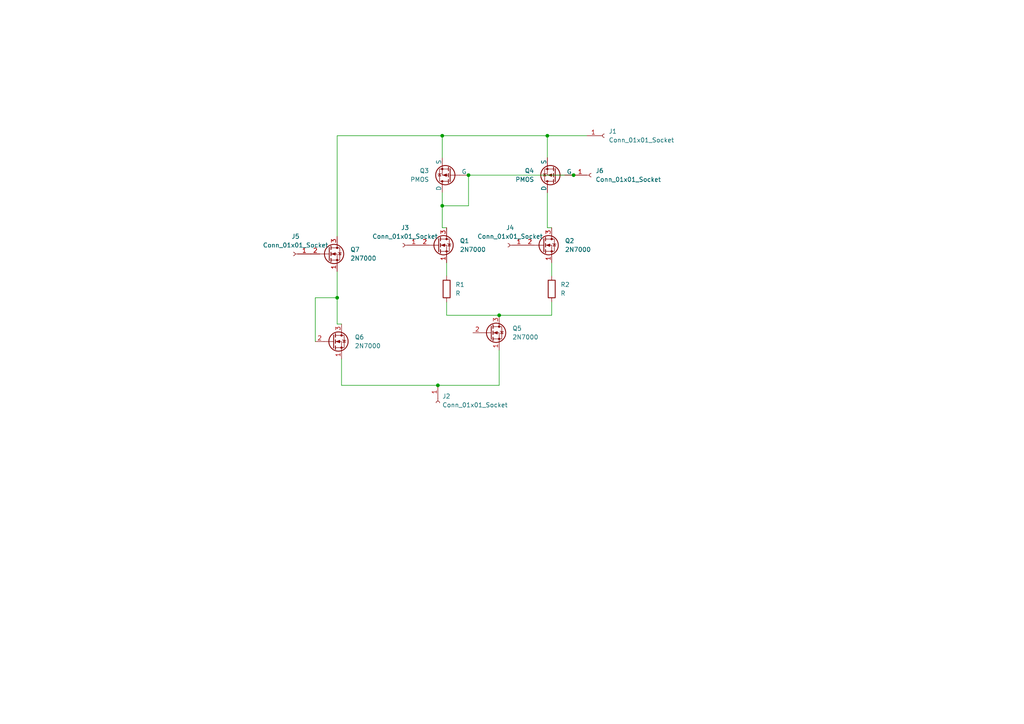
<source format=kicad_sch>
(kicad_sch (version 20250114) (generator "eeschema") (generator_version "9.0")
  (paper "A4")
  (lib_symbols
    (symbol "Connector:Conn_01x01_Socket" (pin_names (offset 1.016) (hide yes))
      (property "Reference" "J" (at 0 2.54 0))
      (property "Value" "Conn_01x01_Socket" (at 0 -2.54 0))
      (symbol "Conn_01x01_Socket_1_1"
        (polyline (pts (xy -1.27 0) (xy -0.508 0)) (stroke (width 0.1524)))
        (arc (start 0 -0.508) (mid -0.5058 0) (end 0 0.508) (stroke (width 0.1524)))
        (pin passive line (at -5.08 0 0) (length 3.81) (name "Pin_1") (number "1"))
      )
    )
    (symbol "Device:R" (pin_numbers (hide yes)) (pin_names (offset 0))
      (property "Reference" "R" (at 2.032 0 90))
      (property "Value" "R" (at 0 0 90))
      (symbol "R_0_1"
        (rectangle (start -1.016 -2.54) (end 1.016 2.54) (stroke (width 0.254)))
      )
      (symbol "R_1_1"
        (pin passive line (at 0 3.81 270) (length 1.27) (name "~") (number "1"))
        (pin passive line (at 0 -3.81 90) (length 1.27) (name "~") (number "2"))
      )
    )
    (symbol "Simulation_SPICE:PMOS" (pin_numbers (hide yes)) (pin_names (offset 0))
      (property "Reference" "Q" (at 5.08 1.27 0))
      (property "Value" "PMOS" (at 5.08 -1.27 0))
      (symbol "PMOS_0_1"
        (polyline (pts (xy 0.254 1.905) (xy 0.254 -1.905)) (stroke (width 0.254)))
        (polyline (pts (xy 0.254 0) (xy -2.54 0)))
        (polyline (pts (xy 0.762 2.286) (xy 0.762 1.27)) (stroke (width 0.254)))
        (polyline (pts (xy 0.762 1.778) (xy 3.302 1.778) (xy 3.302 -1.778) (xy 0.762 -1.778)))
        (polyline (pts (xy 0.762 0.508) (xy 0.762 -0.508)) (stroke (width 0.254)))
        (polyline (pts (xy 0.762 -1.27) (xy 0.762 -2.286)) (stroke (width 0.254)))
        (circle (center 1.651 0) (radius 2.794) (stroke (width 0.254)))
        (polyline (pts (xy 2.286 0) (xy 1.27 0.381) (xy 1.27 -0.381) (xy 2.286 0)) (fill (type outline)))
        (polyline (pts (xy 2.54 2.54) (xy 2.54 1.778)))
        (circle (center 2.54 1.778) (radius 0.254) (fill (type outline)))
        (circle (center 2.54 -1.778) (radius 0.254) (fill (type outline)))
        (polyline (pts (xy 2.54 -2.54) (xy 2.54 0) (xy 0.762 0)))
        (polyline (pts (xy 2.794 -0.508) (xy 2.921 -0.381) (xy 3.683 -0.381) (xy 3.81 -0.254)))
        (polyline (pts (xy 3.302 -0.381) (xy 2.921 0.254) (xy 3.683 0.254) (xy 3.302 -0.381)))
      )
      (symbol "PMOS_1_1"
        (pin input line (at -5.08 0 0) (length 2.54) (name "G") (number "2"))
        (pin passive line (at 2.54 5.08 270) (length 2.54) (name "D") (number "1"))
        (pin passive line (at 2.54 -5.08 90) (length 2.54) (name "S") (number "3"))
      )
    )
    (symbol "Transistor_FET:2N7000" (pin_names (hide yes))
      (property "Reference" "Q" (at 5.08 1.905 0))
      (property "Value" "2N7000" (at 5.08 0 0))
      (symbol "2N7000_0_1"
        (polyline (pts (xy 0.254 1.905) (xy 0.254 -1.905)) (stroke (width 0.254)))
        (polyline (pts (xy 0.254 0) (xy -2.54 0)))
        (polyline (pts (xy 0.762 2.286) (xy 0.762 1.27)) (stroke (width 0.254)))
        (polyline (pts (xy 0.762 0.508) (xy 0.762 -0.508)) (stroke (width 0.254)))
        (polyline (pts (xy 0.762 -1.27) (xy 0.762 -2.286)) (stroke (width 0.254)))
        (polyline (pts (xy 0.762 -1.778) (xy 3.302 -1.778) (xy 3.302 1.778) (xy 0.762 1.778)))
        (polyline (pts (xy 1.016 0) (xy 2.032 0.381) (xy 2.032 -0.381) (xy 1.016 0)) (fill (type outline)))
        (circle (center 1.651 0) (radius 2.794) (stroke (width 0.254)))
        (polyline (pts (xy 2.54 2.54) (xy 2.54 1.778)))
        (circle (center 2.54 1.778) (radius 0.254) (fill (type outline)))
        (circle (center 2.54 -1.778) (radius 0.254) (fill (type outline)))
        (polyline (pts (xy 2.54 -2.54) (xy 2.54 0) (xy 0.762 0)))
        (polyline (pts (xy 2.794 0.508) (xy 2.921 0.381) (xy 3.683 0.381) (xy 3.81 0.254)))
        (polyline (pts (xy 3.302 0.381) (xy 2.921 -0.254) (xy 3.683 -0.254) (xy 3.302 0.381)))
      )
      (symbol "2N7000_1_1"
        (pin input line (at -5.08 0 0) (length 2.54) (name "G") (number "2"))
        (pin passive line (at 2.54 5.08 270) (length 2.54) (name "D") (number "3"))
        (pin passive line (at 2.54 -5.08 90) (length 2.54) (name "S") (number "1"))
      )
    )
  )
  (junction (at 135.89 50.8))
  (junction (at 166.37 50.8))
  (junction (at 97.79 86.36))
  (junction (at 127 111.76))
  (junction (at 128.27 39.37))
  (junction (at 158.75 39.37))
  (junction (at 128.27 59.69))
  (junction (at 144.78 91.44))
  (wire (pts (xy 160.02 91.44) (xy 144.78 91.44)))
  (wire (pts (xy 99.06 111.76) (xy 127 111.76)))
  (wire (pts (xy 144.78 101.6) (xy 144.78 111.76)))
  (wire (pts (xy 128.27 39.37) (xy 158.75 39.37)))
  (wire (pts (xy 97.79 68.58) (xy 97.79 39.37)))
  (wire (pts (xy 158.75 66.04) (xy 160.02 66.04)))
  (wire (pts (xy 97.79 39.37) (xy 128.27 39.37)))
  (wire (pts (xy 128.27 59.69) (xy 128.27 66.04)))
  (wire (pts (xy 129.54 87.63) (xy 129.54 91.44)))
  (wire (pts (xy 99.06 104.14) (xy 99.06 111.76)))
  (wire (pts (xy 128.27 55.88) (xy 128.27 59.69)))
  (wire (pts (xy 160.02 76.2) (xy 160.02 80.01)))
  (wire (pts (xy 158.75 39.37) (xy 170.18 39.37)))
  (wire (pts (xy 144.78 111.76) (xy 127 111.76)))
  (wire (pts (xy 97.79 86.36) (xy 97.79 93.98)))
  (wire (pts (xy 91.44 86.36) (xy 97.79 86.36)))
  (wire (pts (xy 158.75 39.37) (xy 158.75 45.72)))
  (wire (pts (xy 128.27 66.04) (xy 129.54 66.04)))
  (wire (pts (xy 135.89 50.8) (xy 166.37 50.8)))
  (wire (pts (xy 129.54 91.44) (xy 144.78 91.44)))
  (wire (pts (xy 91.44 99.06) (xy 91.44 86.36)))
  (wire (pts (xy 158.75 55.88) (xy 158.75 66.04)))
  (wire (pts (xy 135.89 59.69) (xy 128.27 59.69)))
  (wire (pts (xy 97.79 78.74) (xy 97.79 86.36)))
  (wire (pts (xy 135.89 50.8) (xy 135.89 59.69)))
  (wire (pts (xy 97.79 93.98) (xy 99.06 93.98)))
  (wire (pts (xy 160.02 87.63) (xy 160.02 91.44)))
  (wire (pts (xy 129.54 76.2) (xy 129.54 80.01)))
  (wire (pts (xy 128.27 45.72) (xy 128.27 39.37)))
  (symbol (lib_id "Transistor_FET:2N7000") (at 95.25 73.66 0) (unit 1)
    (property "Reference" "Q7" (at 101.6 72.3899 0) (effects (justify left)))
    (property "Value" "2N7000" (at 101.6 74.9299 0) (effects (justify left)))
    (property "Footprint" "Package_TO_SOT_THT:TO-92_Inline" (effects (hide yes)))
    (property "Datasheet" "https://www.vishay.com/docs/70226/70226.pdf" (effects (hide yes)))
    (property "Description" "0.2A Id, 200V Vds, N-Channel MOSFET, 2.6V Logic Level, TO-92" (effects (hide yes)))
  )
  (symbol (lib_id "Simulation_SPICE:PMOS") (at 161.29 50.8 180) (unit 1)
    (property "Reference" "Q4" (at 154.94 49.5299 0) (effects (justify left)))
    (property "Value" "PMOS" (at 154.94 52.0699 0) (effects (justify left)))
    (property "Footprint" "Package_TO_SOT_THT:TO-92_Inline" (effects (hide yes)))
    (property "Datasheet" "https://ngspice.sourceforge.io/docs/ngspice-html-manual/manual.xhtml#cha_MOSFETs" (effects (hide yes)))
    (property "Description" "P-MOSFET transistor, drain/source/gate" (effects (hide yes)))
    (property "Sim.Device" "PMOS" (effects (hide yes)))
    (property "Sim.Type" "VDMOS" (effects (hide yes)))
    (property "Sim.Pins" "1=D 2=G 3=S" (effects (hide yes)))
  )
  (symbol (lib_id "Connector:Conn_01x01_Socket") (at 175.26 39.37 0) (unit 1)
    (property "Reference" "J1" (at 176.53 38.0999 0) (effects (justify left)))
    (property "Value" "Conn_01x01_Socket" (at 176.53 40.6399 0) (effects (justify left)))
    (property "Footprint" "Connector_PinSocket_2.54mm:PinSocket_1x01_P2.54mm_Vertical" (effects (hide yes)))
    (property "Description" "Generic connector, single row, 01x01, script generated" (effects (hide yes)))
  )
  (symbol (lib_id "Transistor_FET:2N7000") (at 96.52 99.06 0) (unit 1)
    (property "Reference" "Q6" (at 102.87 97.7899 0) (effects (justify left)))
    (property "Value" "2N7000" (at 102.87 100.3299 0) (effects (justify left)))
    (property "Footprint" "Package_TO_SOT_THT:TO-92_Inline" (effects (hide yes)))
    (property "Datasheet" "https://www.vishay.com/docs/70226/70226.pdf" (effects (hide yes)))
    (property "Description" "0.2A Id, 200V Vds, N-Channel MOSFET, 2.6V Logic Level, TO-92" (effects (hide yes)))
  )
  (symbol (lib_id "Connector:Conn_01x01_Socket") (at 171.45 50.8 0) (unit 1)
    (property "Reference" "J6" (at 172.72 49.5299 0) (effects (justify left)))
    (property "Value" "Conn_01x01_Socket" (at 172.72 52.0699 0) (effects (justify left)))
    (property "Footprint" "Connector_PinSocket_2.54mm:PinSocket_1x01_P2.54mm_Vertical" (effects (hide yes)))
    (property "Description" "Generic connector, single row, 01x01, script generated" (effects (hide yes)))
  )
  (symbol (lib_id "Device:R") (at 129.54 83.82 0) (unit 1)
    (property "Reference" "R1" (at 132.08 82.5499 0) (effects (justify left)))
    (property "Value" "R" (at 132.08 85.0899 0) (effects (justify left)))
    (property "Footprint" "Resistor_THT:R_Axial_DIN0207_L6.3mm_D2.5mm_P7.62mm_Horizontal" (effects (hide yes)))
    (property "Description" "Resistor" (effects (hide yes)))
  )
  (symbol (lib_id "Connector:Conn_01x01_Socket") (at 85.09 73.66 180) (unit 1)
    (property "Reference" "J5" (at 85.725 68.58 0))
    (property "Value" "Conn_01x01_Socket" (at 85.725 71.12 0))
    (property "Footprint" "Connector_PinSocket_2.54mm:PinSocket_1x01_P2.54mm_Vertical" (effects (hide yes)))
    (property "Description" "Generic connector, single row, 01x01, script generated" (effects (hide yes)))
  )
  (symbol (lib_id "Connector:Conn_01x01_Socket") (at 116.84 71.12 180) (unit 1)
    (property "Reference" "J3" (at 117.475 66.04 0))
    (property "Value" "Conn_01x01_Socket" (at 117.475 68.58 0))
    (property "Footprint" "Connector_PinSocket_2.54mm:PinSocket_1x01_P2.54mm_Vertical" (effects (hide yes)))
    (property "Description" "Generic connector, single row, 01x01, script generated" (effects (hide yes)))
  )
  (symbol (lib_id "Device:R") (at 160.02 83.82 0) (unit 1)
    (property "Reference" "R2" (at 162.56 82.5499 0) (effects (justify left)))
    (property "Value" "R" (at 162.56 85.0899 0) (effects (justify left)))
    (property "Footprint" "Resistor_THT:R_Axial_DIN0207_L6.3mm_D2.5mm_P7.62mm_Horizontal" (effects (hide yes)))
    (property "Description" "Resistor" (effects (hide yes)))
  )
  (symbol (lib_id "Connector:Conn_01x01_Socket") (at 127 116.84 270) (unit 1)
    (property "Reference" "J2" (at 128.27 114.9349 90) (effects (justify left)))
    (property "Value" "Conn_01x01_Socket" (at 128.27 117.4749 90) (effects (justify left)))
    (property "Footprint" "Connector_PinSocket_2.54mm:PinSocket_1x01_P2.54mm_Vertical" (effects (hide yes)))
    (property "Description" "Generic connector, single row, 01x01, script generated" (effects (hide yes)))
  )
  (symbol (lib_id "Transistor_FET:2N7000") (at 127 71.12 0) (unit 1)
    (property "Reference" "Q1" (at 133.35 69.8499 0) (effects (justify left)))
    (property "Value" "2N7000" (at 133.35 72.3899 0) (effects (justify left)))
    (property "Footprint" "Package_TO_SOT_THT:TO-92_Inline" (effects (hide yes)))
    (property "Datasheet" "https://www.vishay.com/docs/70226/70226.pdf" (effects (hide yes)))
    (property "Description" "0.2A Id, 200V Vds, N-Channel MOSFET, 2.6V Logic Level, TO-92" (effects (hide yes)))
  )
  (symbol (lib_id "Transistor_FET:2N7000") (at 142.24 96.52 0) (unit 1)
    (property "Reference" "Q5" (at 148.59 95.2499 0) (effects (justify left)))
    (property "Value" "2N7000" (at 148.59 97.7899 0) (effects (justify left)))
    (property "Footprint" "Package_TO_SOT_THT:TO-92_Inline" (effects (hide yes)))
    (property "Datasheet" "https://www.vishay.com/docs/70226/70226.pdf" (effects (hide yes)))
    (property "Description" "0.2A Id, 200V Vds, N-Channel MOSFET, 2.6V Logic Level, TO-92" (effects (hide yes)))
  )
  (symbol (lib_id "Connector:Conn_01x01_Socket") (at 147.32 71.12 180) (unit 1)
    (property "Reference" "J4" (at 147.955 66.04 0))
    (property "Value" "Conn_01x01_Socket" (at 147.955 68.58 0))
    (property "Footprint" "Connector_PinSocket_2.54mm:PinSocket_1x01_P2.54mm_Vertical" (effects (hide yes)))
    (property "Description" "Generic connector, single row, 01x01, script generated" (effects (hide yes)))
  )
  (symbol (lib_id "Transistor_FET:2N7000") (at 157.48 71.12 0) (unit 1)
    (property "Reference" "Q2" (at 163.83 69.8499 0) (effects (justify left)))
    (property "Value" "2N7000" (at 163.83 72.3899 0) (effects (justify left)))
    (property "Footprint" "Package_TO_SOT_THT:TO-92_Inline" (effects (hide yes)))
    (property "Datasheet" "https://www.vishay.com/docs/70226/70226.pdf" (effects (hide yes)))
    (property "Description" "0.2A Id, 200V Vds, N-Channel MOSFET, 2.6V Logic Level, TO-92" (effects (hide yes)))
  )
  (symbol (lib_id "Simulation_SPICE:PMOS") (at 130.81 50.8 180) (unit 1)
    (property "Reference" "Q3" (at 124.46 49.5299 0) (effects (justify left)))
    (property "Value" "PMOS" (at 124.46 52.0699 0) (effects (justify left)))
    (property "Footprint" "Package_TO_SOT_THT:TO-92_Inline" (effects (hide yes)))
    (property "Datasheet" "https://ngspice.sourceforge.io/docs/ngspice-html-manual/manual.xhtml#cha_MOSFETs" (effects (hide yes)))
    (property "Description" "P-MOSFET transistor, drain/source/gate" (effects (hide yes)))
    (property "Sim.Device" "PMOS" (effects (hide yes)))
    (property "Sim.Type" "VDMOS" (effects (hide yes)))
    (property "Sim.Pins" "1=D 2=G 3=S" (effects (hide yes)))
  )
)
</source>
